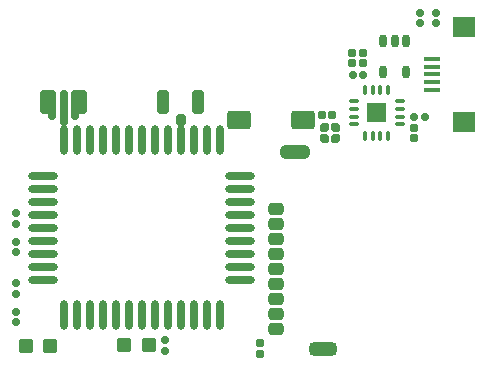
<source format=gtp>
%FSLAX44Y44*%
%MOMM*%
G71*
G01*
G75*
G04 Layer_Color=8421504*
G04:AMPARAMS|DCode=10|XSize=0.7mm|YSize=2.5mm|CornerRadius=0.175mm|HoleSize=0mm|Usage=FLASHONLY|Rotation=0.000|XOffset=0mm|YOffset=0mm|HoleType=Round|Shape=RoundedRectangle|*
%AMROUNDEDRECTD10*
21,1,0.7000,2.1500,0,0,0.0*
21,1,0.3500,2.5000,0,0,0.0*
1,1,0.3500,0.1750,-1.0750*
1,1,0.3500,-0.1750,-1.0750*
1,1,0.3500,-0.1750,1.0750*
1,1,0.3500,0.1750,1.0750*
%
%ADD10ROUNDEDRECTD10*%
G04:AMPARAMS|DCode=11|XSize=0.67mm|YSize=0.67mm|CornerRadius=0.1508mm|HoleSize=0mm|Usage=FLASHONLY|Rotation=90.000|XOffset=0mm|YOffset=0mm|HoleType=Round|Shape=RoundedRectangle|*
%AMROUNDEDRECTD11*
21,1,0.6700,0.3685,0,0,90.0*
21,1,0.3685,0.6700,0,0,90.0*
1,1,0.3015,0.1843,0.1843*
1,1,0.3015,0.1843,-0.1843*
1,1,0.3015,-0.1843,-0.1843*
1,1,0.3015,-0.1843,0.1843*
%
%ADD11ROUNDEDRECTD11*%
G04:AMPARAMS|DCode=12|XSize=0.67mm|YSize=0.67mm|CornerRadius=0.1508mm|HoleSize=0mm|Usage=FLASHONLY|Rotation=180.000|XOffset=0mm|YOffset=0mm|HoleType=Round|Shape=RoundedRectangle|*
%AMROUNDEDRECTD12*
21,1,0.6700,0.3685,0,0,180.0*
21,1,0.3685,0.6700,0,0,180.0*
1,1,0.3015,-0.1843,0.1843*
1,1,0.3015,0.1843,0.1843*
1,1,0.3015,0.1843,-0.1843*
1,1,0.3015,-0.1843,-0.1843*
%
%ADD12ROUNDEDRECTD12*%
G04:AMPARAMS|DCode=13|XSize=0.62mm|YSize=0.62mm|CornerRadius=0.1488mm|HoleSize=0mm|Usage=FLASHONLY|Rotation=270.000|XOffset=0mm|YOffset=0mm|HoleType=Round|Shape=RoundedRectangle|*
%AMROUNDEDRECTD13*
21,1,0.6200,0.3224,0,0,270.0*
21,1,0.3224,0.6200,0,0,270.0*
1,1,0.2976,-0.1612,-0.1612*
1,1,0.2976,-0.1612,0.1612*
1,1,0.2976,0.1612,0.1612*
1,1,0.2976,0.1612,-0.1612*
%
%ADD13ROUNDEDRECTD13*%
%ADD14R,1.4000X0.4000*%
%ADD15R,1.9000X1.8000*%
G04:AMPARAMS|DCode=16|XSize=2.35mm|YSize=1.15mm|CornerRadius=0.3852mm|HoleSize=0mm|Usage=FLASHONLY|Rotation=180.000|XOffset=0mm|YOffset=0mm|HoleType=Round|Shape=RoundedRectangle|*
%AMROUNDEDRECTD16*
21,1,2.3500,0.3795,0,0,180.0*
21,1,1.5795,1.1500,0,0,180.0*
1,1,0.7705,-0.7897,0.1898*
1,1,0.7705,0.7897,0.1898*
1,1,0.7705,0.7897,-0.1898*
1,1,0.7705,-0.7897,-0.1898*
%
%ADD16ROUNDEDRECTD16*%
G04:AMPARAMS|DCode=17|XSize=1.3mm|YSize=1mm|CornerRadius=0.25mm|HoleSize=0mm|Usage=FLASHONLY|Rotation=180.000|XOffset=0mm|YOffset=0mm|HoleType=Round|Shape=RoundedRectangle|*
%AMROUNDEDRECTD17*
21,1,1.3000,0.5000,0,0,180.0*
21,1,0.8000,1.0000,0,0,180.0*
1,1,0.5000,-0.4000,0.2500*
1,1,0.5000,0.4000,0.2500*
1,1,0.5000,0.4000,-0.2500*
1,1,0.5000,-0.4000,-0.2500*
%
%ADD17ROUNDEDRECTD17*%
G04:AMPARAMS|DCode=18|XSize=2.5mm|YSize=1.15mm|CornerRadius=0.3852mm|HoleSize=0mm|Usage=FLASHONLY|Rotation=180.000|XOffset=0mm|YOffset=0mm|HoleType=Round|Shape=RoundedRectangle|*
%AMROUNDEDRECTD18*
21,1,2.5000,0.3795,0,0,180.0*
21,1,1.7295,1.1500,0,0,180.0*
1,1,0.7705,-0.8648,0.1898*
1,1,0.7705,0.8648,0.1898*
1,1,0.7705,0.8648,-0.1898*
1,1,0.7705,-0.8648,-0.1898*
%
%ADD18ROUNDEDRECTD18*%
G04:AMPARAMS|DCode=19|XSize=1.1mm|YSize=0.6mm|CornerRadius=0.201mm|HoleSize=0mm|Usage=FLASHONLY|Rotation=270.000|XOffset=0mm|YOffset=0mm|HoleType=Round|Shape=RoundedRectangle|*
%AMROUNDEDRECTD19*
21,1,1.1000,0.1980,0,0,270.0*
21,1,0.6980,0.6000,0,0,270.0*
1,1,0.4020,-0.0990,-0.3490*
1,1,0.4020,-0.0990,0.3490*
1,1,0.4020,0.0990,0.3490*
1,1,0.4020,0.0990,-0.3490*
%
%ADD19ROUNDEDRECTD19*%
G04:AMPARAMS|DCode=20|XSize=0.62mm|YSize=0.62mm|CornerRadius=0.1488mm|HoleSize=0mm|Usage=FLASHONLY|Rotation=180.000|XOffset=0mm|YOffset=0mm|HoleType=Round|Shape=RoundedRectangle|*
%AMROUNDEDRECTD20*
21,1,0.6200,0.3224,0,0,180.0*
21,1,0.3224,0.6200,0,0,180.0*
1,1,0.2976,-0.1612,0.1612*
1,1,0.2976,0.1612,0.1612*
1,1,0.2976,0.1612,-0.1612*
1,1,0.2976,-0.1612,-0.1612*
%
%ADD20ROUNDEDRECTD20*%
G04:AMPARAMS|DCode=21|XSize=1mm|YSize=2mm|CornerRadius=0.25mm|HoleSize=0mm|Usage=FLASHONLY|Rotation=0.000|XOffset=0mm|YOffset=0mm|HoleType=Round|Shape=RoundedRectangle|*
%AMROUNDEDRECTD21*
21,1,1.0000,1.5000,0,0,0.0*
21,1,0.5000,2.0000,0,0,0.0*
1,1,0.5000,0.2500,-0.7500*
1,1,0.5000,-0.2500,-0.7500*
1,1,0.5000,-0.2500,0.7500*
1,1,0.5000,0.2500,0.7500*
%
%ADD21ROUNDEDRECTD21*%
G04:AMPARAMS|DCode=22|XSize=0.7mm|YSize=1mm|CornerRadius=0.175mm|HoleSize=0mm|Usage=FLASHONLY|Rotation=180.000|XOffset=0mm|YOffset=0mm|HoleType=Round|Shape=RoundedRectangle|*
%AMROUNDEDRECTD22*
21,1,0.7000,0.6500,0,0,180.0*
21,1,0.3500,1.0000,0,0,180.0*
1,1,0.3500,-0.1750,0.3250*
1,1,0.3500,0.1750,0.3250*
1,1,0.3500,0.1750,-0.3250*
1,1,0.3500,-0.1750,-0.3250*
%
%ADD22ROUNDEDRECTD22*%
G04:AMPARAMS|DCode=23|XSize=0.8mm|YSize=1mm|CornerRadius=0.2mm|HoleSize=0mm|Usage=FLASHONLY|Rotation=180.000|XOffset=0mm|YOffset=0mm|HoleType=Round|Shape=RoundedRectangle|*
%AMROUNDEDRECTD23*
21,1,0.8000,0.6000,0,0,180.0*
21,1,0.4000,1.0000,0,0,180.0*
1,1,0.4000,-0.2000,0.3000*
1,1,0.4000,0.2000,0.3000*
1,1,0.4000,0.2000,-0.3000*
1,1,0.4000,-0.2000,-0.3000*
%
%ADD23ROUNDEDRECTD23*%
%ADD24O,0.7000X2.5000*%
%ADD25O,2.5000X0.7000*%
G04:AMPARAMS|DCode=26|XSize=1.2mm|YSize=1.2mm|CornerRadius=0.198mm|HoleSize=0mm|Usage=FLASHONLY|Rotation=180.000|XOffset=0mm|YOffset=0mm|HoleType=Round|Shape=RoundedRectangle|*
%AMROUNDEDRECTD26*
21,1,1.2000,0.8040,0,0,180.0*
21,1,0.8040,1.2000,0,0,180.0*
1,1,0.3960,-0.4020,0.4020*
1,1,0.3960,0.4020,0.4020*
1,1,0.3960,0.4020,-0.4020*
1,1,0.3960,-0.4020,-0.4020*
%
%ADD26ROUNDEDRECTD26*%
G04:AMPARAMS|DCode=27|XSize=1.6mm|YSize=2mm|CornerRadius=0.248mm|HoleSize=0mm|Usage=FLASHONLY|Rotation=90.000|XOffset=0mm|YOffset=0mm|HoleType=Round|Shape=RoundedRectangle|*
%AMROUNDEDRECTD27*
21,1,1.6000,1.5040,0,0,90.0*
21,1,1.1040,2.0000,0,0,90.0*
1,1,0.4960,0.7520,0.5520*
1,1,0.4960,0.7520,-0.5520*
1,1,0.4960,-0.7520,-0.5520*
1,1,0.4960,-0.7520,0.5520*
%
%ADD27ROUNDEDRECTD27*%
%ADD28O,0.3000X0.9000*%
%ADD29O,0.9000X0.3000*%
%ADD30R,2.4000X2.4000*%
%ADD31C,0.5000*%
%ADD32C,0.3000*%
%ADD33C,0.2000*%
%ADD34C,0.4000*%
%ADD35C,0.7000*%
%ADD36C,0.3500*%
%ADD37C,0.6000*%
%ADD38C,0.2500*%
%ADD39C,0.7000*%
G04:AMPARAMS|DCode=40|XSize=1.15mm|YSize=2.1mm|CornerRadius=0.2875mm|HoleSize=0mm|Usage=FLASHONLY|Rotation=90.000|XOffset=0mm|YOffset=0mm|HoleType=Round|Shape=RoundedRectangle|*
%AMROUNDEDRECTD40*
21,1,1.1500,1.5250,0,0,90.0*
21,1,0.5750,2.1000,0,0,90.0*
1,1,0.5750,0.7625,0.2875*
1,1,0.5750,0.7625,-0.2875*
1,1,0.5750,-0.7625,-0.2875*
1,1,0.5750,-0.7625,0.2875*
%
%ADD40ROUNDEDRECTD40*%
%ADD41C,1.8500*%
%ADD42C,0.9000*%
%ADD43C,1.3000*%
%ADD44R,1.3000X1.3000*%
G04:AMPARAMS|DCode=45|XSize=0.7mm|YSize=0.7mm|CornerRadius=0.175mm|HoleSize=0mm|Usage=FLASHONLY|Rotation=270.000|XOffset=0mm|YOffset=0mm|HoleType=Round|Shape=RoundedRectangle|*
%AMROUNDEDRECTD45*
21,1,0.7000,0.3500,0,0,270.0*
21,1,0.3500,0.7000,0,0,270.0*
1,1,0.3500,-0.1750,-0.1750*
1,1,0.3500,-0.1750,0.1750*
1,1,0.3500,0.1750,0.1750*
1,1,0.3500,0.1750,-0.1750*
%
%ADD45ROUNDEDRECTD45*%
G04:AMPARAMS|DCode=46|XSize=1.3mm|YSize=1.3mm|CornerRadius=0.1625mm|HoleSize=0mm|Usage=FLASHONLY|Rotation=180.000|XOffset=0mm|YOffset=0mm|HoleType=Round|Shape=RoundedRectangle|*
%AMROUNDEDRECTD46*
21,1,1.3000,0.9750,0,0,180.0*
21,1,0.9750,1.3000,0,0,180.0*
1,1,0.3250,-0.4875,0.4875*
1,1,0.3250,0.4875,0.4875*
1,1,0.3250,0.4875,-0.4875*
1,1,0.3250,-0.4875,-0.4875*
%
%ADD46ROUNDEDRECTD46*%
%ADD47C,0.8000*%
G04:AMPARAMS|DCode=48|XSize=1mm|YSize=1.2mm|CornerRadius=0.165mm|HoleSize=0mm|Usage=FLASHONLY|Rotation=180.000|XOffset=0mm|YOffset=0mm|HoleType=Round|Shape=RoundedRectangle|*
%AMROUNDEDRECTD48*
21,1,1.0000,0.8700,0,0,180.0*
21,1,0.6700,1.2000,0,0,180.0*
1,1,0.3300,-0.3350,0.4350*
1,1,0.3300,0.3350,0.4350*
1,1,0.3300,0.3350,-0.4350*
1,1,0.3300,-0.3350,-0.4350*
%
%ADD48ROUNDEDRECTD48*%
G04:AMPARAMS|DCode=49|XSize=1.6mm|YSize=1.3mm|CornerRadius=0.2015mm|HoleSize=0mm|Usage=FLASHONLY|Rotation=180.000|XOffset=0mm|YOffset=0mm|HoleType=Round|Shape=RoundedRectangle|*
%AMROUNDEDRECTD49*
21,1,1.6000,0.8970,0,0,180.0*
21,1,1.1970,1.3000,0,0,180.0*
1,1,0.4030,-0.5985,0.4485*
1,1,0.4030,0.5985,0.4485*
1,1,0.4030,0.5985,-0.4485*
1,1,0.4030,-0.5985,-0.4485*
%
%ADD49ROUNDEDRECTD49*%
G04:AMPARAMS|DCode=50|XSize=3mm|YSize=2mm|CornerRadius=0.67mm|HoleSize=0mm|Usage=FLASHONLY|Rotation=180.000|XOffset=0mm|YOffset=0mm|HoleType=Round|Shape=RoundedRectangle|*
%AMROUNDEDRECTD50*
21,1,3.0000,0.6600,0,0,180.0*
21,1,1.6600,2.0000,0,0,180.0*
1,1,1.3400,-0.8300,0.3300*
1,1,1.3400,0.8300,0.3300*
1,1,1.3400,0.8300,-0.3300*
1,1,1.3400,-0.8300,-0.3300*
%
%ADD50ROUNDEDRECTD50*%
G04:AMPARAMS|DCode=51|XSize=2.3mm|YSize=0.9mm|CornerRadius=0.225mm|HoleSize=0mm|Usage=FLASHONLY|Rotation=180.000|XOffset=0mm|YOffset=0mm|HoleType=Round|Shape=RoundedRectangle|*
%AMROUNDEDRECTD51*
21,1,2.3000,0.4500,0,0,180.0*
21,1,1.8500,0.9000,0,0,180.0*
1,1,0.4500,-0.9250,0.2250*
1,1,0.4500,0.9250,0.2250*
1,1,0.4500,0.9250,-0.2250*
1,1,0.4500,-0.9250,-0.2250*
%
%ADD51ROUNDEDRECTD51*%
G04:AMPARAMS|DCode=52|XSize=2.7mm|YSize=1.2mm|CornerRadius=0.21mm|HoleSize=0mm|Usage=FLASHONLY|Rotation=270.000|XOffset=0mm|YOffset=0mm|HoleType=Round|Shape=RoundedRectangle|*
%AMROUNDEDRECTD52*
21,1,2.7000,0.7800,0,0,270.0*
21,1,2.2800,1.2000,0,0,270.0*
1,1,0.4200,-0.3900,-1.1400*
1,1,0.4200,-0.3900,1.1400*
1,1,0.4200,0.3900,1.1400*
1,1,0.4200,0.3900,-1.1400*
%
%ADD52ROUNDEDRECTD52*%
%ADD53C,0.2540*%
%ADD54C,0.1000*%
G36*
X320750Y205500D02*
X304750D01*
Y221500D01*
X320750D01*
Y205500D01*
D02*
G37*
D10*
X47750Y219750D02*
D03*
X57750D02*
D03*
X37750D02*
D03*
D11*
X278400Y200900D02*
D03*
Y192100D02*
D03*
X301400Y255650D02*
D03*
Y264450D02*
D03*
X291650Y255650D02*
D03*
Y264450D02*
D03*
X268600Y200900D02*
D03*
Y192100D02*
D03*
X344750Y191850D02*
D03*
Y200650D02*
D03*
X214000Y18400D02*
D03*
Y9600D02*
D03*
D12*
X269100Y191600D02*
D03*
X277900D02*
D03*
X266600Y211250D02*
D03*
X275400D02*
D03*
X269100Y201400D02*
D03*
X277900D02*
D03*
D13*
X292400Y245800D02*
D03*
X301400D02*
D03*
X353500Y210250D02*
D03*
X344500D02*
D03*
D14*
X360000Y259000D02*
D03*
Y233000D02*
D03*
Y252500D02*
D03*
Y239500D02*
D03*
Y246000D02*
D03*
D15*
X386500Y286000D02*
D03*
Y206000D02*
D03*
D16*
X267200Y13450D02*
D03*
D17*
X227500Y30850D02*
D03*
Y43550D02*
D03*
Y68950D02*
D03*
Y119750D02*
D03*
Y56250D02*
D03*
Y132450D02*
D03*
Y107050D02*
D03*
Y81650D02*
D03*
Y94350D02*
D03*
D18*
X244000Y180050D02*
D03*
D19*
X337500Y274000D02*
D03*
X328000D02*
D03*
X318500D02*
D03*
Y248000D02*
D03*
X337500D02*
D03*
D20*
X7250Y45000D02*
D03*
Y36000D02*
D03*
X349750Y289250D02*
D03*
Y298250D02*
D03*
X362750Y289250D02*
D03*
Y298250D02*
D03*
X7197Y69000D02*
D03*
Y60000D02*
D03*
X7250Y128250D02*
D03*
Y119250D02*
D03*
X7197Y95250D02*
D03*
Y104250D02*
D03*
X133750Y12000D02*
D03*
Y21000D02*
D03*
D21*
X32750Y222250D02*
D03*
X62750D02*
D03*
X131750Y222250D02*
D03*
X161750D02*
D03*
D22*
X47750Y207250D02*
D03*
D23*
X146750Y207250D02*
D03*
D24*
X179750Y42250D02*
D03*
X168750D02*
D03*
X157750D02*
D03*
X146750D02*
D03*
X135750D02*
D03*
X124750D02*
D03*
X113750D02*
D03*
X102750D02*
D03*
X91750D02*
D03*
X80750D02*
D03*
X69750D02*
D03*
X58750D02*
D03*
X47750D02*
D03*
Y190250D02*
D03*
X58750D02*
D03*
X69750D02*
D03*
X80750D02*
D03*
X91750D02*
D03*
X102750D02*
D03*
X113750D02*
D03*
X124750D02*
D03*
X135750D02*
D03*
X146750D02*
D03*
X157750D02*
D03*
X168750D02*
D03*
X179750D02*
D03*
D25*
X197250Y72250D02*
D03*
Y83250D02*
D03*
Y94250D02*
D03*
Y105250D02*
D03*
Y116250D02*
D03*
Y127250D02*
D03*
Y138250D02*
D03*
Y149250D02*
D03*
Y160250D02*
D03*
X30250D02*
D03*
Y149250D02*
D03*
Y138250D02*
D03*
Y127250D02*
D03*
Y116250D02*
D03*
Y105250D02*
D03*
Y94250D02*
D03*
Y83250D02*
D03*
Y72250D02*
D03*
D26*
X120250Y16500D02*
D03*
X99250D02*
D03*
X15500Y16000D02*
D03*
X36500D02*
D03*
D27*
X250500Y207250D02*
D03*
X196500D02*
D03*
D28*
X303000Y233000D02*
D03*
X309500D02*
D03*
X316000D02*
D03*
X322500D02*
D03*
X303001Y194000D02*
D03*
X309501D02*
D03*
X316000D02*
D03*
X322500D02*
D03*
D29*
X293250Y223250D02*
D03*
Y216750D02*
D03*
Y210250D02*
D03*
Y203750D02*
D03*
X332250Y203750D02*
D03*
Y210250D02*
D03*
Y216750D02*
D03*
Y223250D02*
D03*
M02*

</source>
